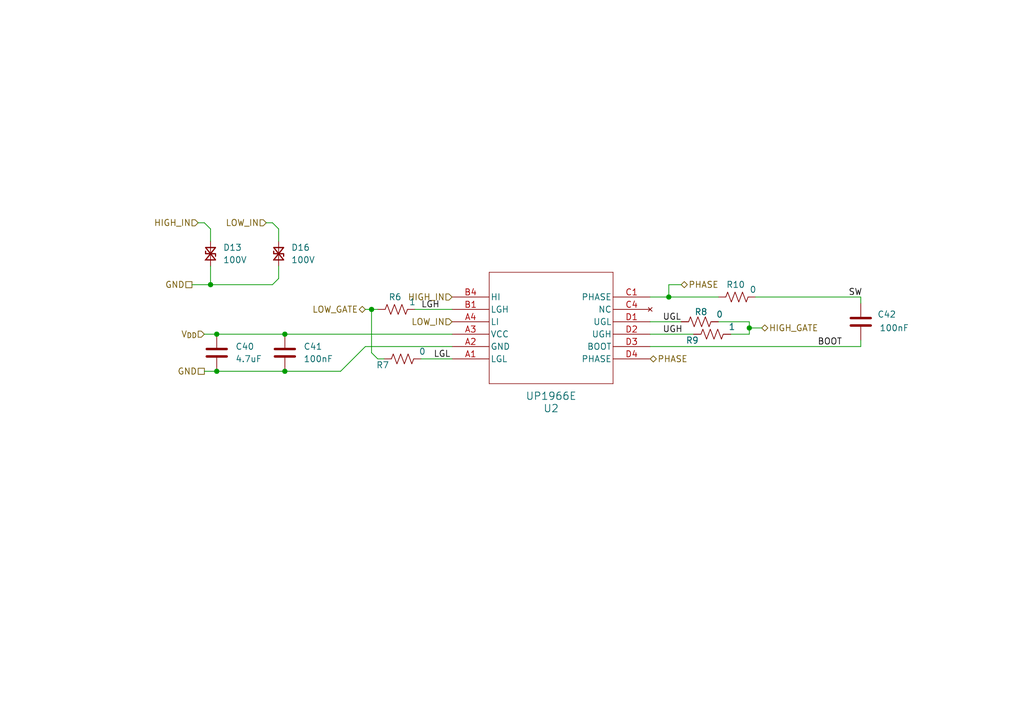
<source format=kicad_sch>
(kicad_sch (version 20231120) (generator "eeschema") (generator_version "8.0")
  (paper "A5")
  (title_block (title "Gate Driver") (date "2024-05-19") (rev "1") (company "Crab Labs") (comment 1 "Author: Orion Serup") (comment 2 "License: CERN-OHL-W-2.0"))
  (lib_symbols
    (symbol "Device:C" (pin_numbers hide) (pin_names (offset 0.254))
      (property "Reference" "C" (at 0.635 2.54 0))
      (property "Value" "C" (at 0.635 -2.54 0))
      (symbol "C_0_1"
        (polyline (pts (xy -2.032 -0.762) (xy 2.032 -0.762)) (stroke (width 0.508)))
        (polyline (pts (xy -2.032 0.762) (xy 2.032 0.762)) (stroke (width 0.508)))
      )
      (symbol "C_1_1"
        (pin passive line (at 0 3.81 270) (length 2.794) (name "~") (number "1"))
        (pin passive line (at 0 -3.81 90) (length 2.794) (name "~") (number "2"))
      )
    )
    (symbol "Device:D_TVS_Small" (pin_numbers hide) (pin_names (offset 1.016) hide)
      (property "Reference" "D" (at 0 2.54 0))
      (property "Value" "D_TVS_Small" (at 0 -2.54 0))
      (symbol "D_TVS_Small_0_1"
        (polyline (pts (xy -1.27 0) (xy 1.27 0)))
        (polyline (pts (xy 0.508 1.016) (xy 0 1.016) (xy 0 -1.016) (xy -0.508 -1.016)) (stroke (width 0.254)))
        (polyline (pts (xy -1.27 1.016) (xy -1.27 -1.016) (xy 1.27 1.016) (xy 1.27 -1.016) (xy -1.27 1.016)) (stroke (width 0.254)))
      )
      (symbol "D_TVS_Small_1_1"
        (pin passive line (at -2.54 0 0) (length 1.27) (name "A1") (number "1"))
        (pin passive line (at 2.54 0 180) (length 1.27) (name "A2") (number "2"))
      )
    )
    (symbol "Device:R_US" (pin_numbers hide) (pin_names (offset 0))
      (property "Reference" "R" (at 2.54 0 90))
      (property "Value" "R_US" (at -2.54 0 90))
      (symbol "R_US_0_1"
        (polyline (pts (xy 0 -2.286) (xy 0 -2.54)))
        (polyline (pts (xy 0 2.286) (xy 0 2.54)))
        (polyline (pts (xy 0 -0.762) (xy 1.016 -1.143) (xy 0 -1.524) (xy -1.016 -1.905) (xy 0 -2.286)))
        (polyline (pts (xy 0 0.762) (xy 1.016 0.381) (xy 0 0) (xy -1.016 -0.381) (xy 0 -0.762)))
        (polyline (pts (xy 0 2.286) (xy 1.016 1.905) (xy 0 1.524) (xy -1.016 1.143) (xy 0 0.762)))
      )
      (symbol "R_US_1_1"
        (pin passive line (at 0 3.81 270) (length 1.27) (name "~") (number "1"))
        (pin passive line (at 0 -3.81 90) (length 1.27) (name "~") (number "2"))
      )
    )
    (symbol "uP1996:UP1966E" (pin_names (offset 0.254))
      (property "Reference" "U" (at 20.32 10.16 0))
      (property "Value" "UP1966E" (at 20.32 7.62 0))
      (symbol "UP1966E_0_1"
        (polyline (pts (xy 7.62 -17.78) (xy 33.02 -17.78)) (stroke (width 0.127)))
        (polyline (pts (xy 7.62 5.08) (xy 7.62 -17.78)) (stroke (width 0.127)))
        (polyline (pts (xy 33.02 -17.78) (xy 33.02 5.08)) (stroke (width 0.127)))
        (polyline (pts (xy 33.02 5.08) (xy 7.62 5.08)) (stroke (width 0.127)))
        (pin output line (at 0 0 0) (length 7.62) (name "LGL") (number "A1"))
        (pin power_out line (at 0 -2.54 0) (length 7.62) (name "GND") (number "A2"))
        (pin power_in line (at 0 -5.08 0) (length 7.62) (name "VCC") (number "A3"))
        (pin input line (at 0 -7.62 0) (length 7.62) (name "LI") (number "A4"))
        (pin output line (at 0 -10.16 0) (length 7.62) (name "LGH") (number "B1"))
        (pin input line (at 0 -12.7 0) (length 7.62) (name "HI") (number "B4"))
        (pin unspecified line (at 40.64 -12.7 180) (length 7.62) (name "PHASE") (number "C1"))
        (pin no_connect line (at 40.64 -10.16 180) (length 7.62) (name "NC") (number "C4"))
        (pin output line (at 40.64 -7.62 180) (length 7.62) (name "UGL") (number "D1"))
        (pin output line (at 40.64 -5.08 180) (length 7.62) (name "UGH") (number "D2"))
        (pin power_in line (at 40.64 -2.54 180) (length 7.62) (name "BOOT") (number "D3"))
        (pin unspecified line (at 40.64 0 180) (length 7.62) (name "PHASE") (number "D4"))
      )
    )
  )
  (junction (at 44.45 68.58))
  (junction (at 58.42 76.2))
  (junction (at 44.45 76.2))
  (junction (at 43.18 58.42))
  (junction (at 153.67 67.31))
  (junction (at 58.42 68.58))
  (junction (at 76.2 63.5))
  (junction (at 137.16 60.96))
  (wire (pts (xy 137.16 60.96) (xy 147.32 60.96)))
  (wire (pts (xy 41.91 45.72) (xy 43.18 46.99)))
  (wire (pts (xy 76.2 72.39) (xy 77.47 73.66)))
  (wire (pts (xy 85.09 63.5) (xy 92.71 63.5)))
  (wire (pts (xy 153.67 66.04) (xy 153.67 67.31)))
  (wire (pts (xy 137.16 60.96) (xy 133.35 60.96)))
  (wire (pts (xy 58.42 68.58) (xy 92.71 68.58)))
  (wire (pts (xy 43.18 46.99) (xy 43.18 49.53)))
  (wire (pts (xy 40.64 45.72) (xy 41.91 45.72)))
  (wire (pts (xy 41.91 76.2) (xy 44.45 76.2)))
  (wire (pts (xy 133.35 71.12) (xy 176.53 71.12)))
  (wire (pts (xy 77.47 73.66) (xy 78.74 73.66)))
  (wire (pts (xy 139.7 58.42) (xy 137.16 58.42)))
  (wire (pts (xy 86.36 73.66) (xy 92.71 73.66)))
  (wire (pts (xy 57.15 54.61) (xy 57.15 57.15)))
  (wire (pts (xy 176.53 69.85) (xy 176.53 71.12)))
  (wire (pts (xy 39.37 58.42) (xy 43.18 58.42)))
  (wire (pts (xy 57.15 46.99) (xy 57.15 49.53)))
  (wire (pts (xy 139.7 66.04) (xy 133.35 66.04)))
  (wire (pts (xy 55.88 58.42) (xy 57.15 57.15)))
  (wire (pts (xy 76.2 63.5) (xy 77.47 63.5)))
  (wire (pts (xy 147.32 66.04) (xy 153.67 66.04)))
  (wire (pts (xy 153.67 67.31) (xy 156.21 67.31)))
  (wire (pts (xy 137.16 58.42) (xy 137.16 60.96)))
  (wire (pts (xy 43.18 54.61) (xy 43.18 58.42)))
  (wire (pts (xy 153.67 67.31) (xy 153.67 68.58)))
  (wire (pts (xy 41.91 68.58) (xy 44.45 68.58)))
  (wire (pts (xy 55.88 45.72) (xy 57.15 46.99)))
  (wire (pts (xy 54.61 45.72) (xy 55.88 45.72)))
  (wire (pts (xy 44.45 68.58) (xy 58.42 68.58)))
  (wire (pts (xy 69.85 76.2) (xy 74.93 71.12)))
  (wire (pts (xy 176.53 62.23) (xy 176.53 60.96)))
  (wire (pts (xy 76.2 63.5) (xy 76.2 72.39)))
  (wire (pts (xy 74.93 71.12) (xy 92.71 71.12)))
  (wire (pts (xy 58.42 76.2) (xy 69.85 76.2)))
  (wire (pts (xy 74.93 63.5) (xy 76.2 63.5)))
  (wire (pts (xy 44.45 76.2) (xy 58.42 76.2)))
  (wire (pts (xy 149.86 68.58) (xy 153.67 68.58)))
  (wire (pts (xy 142.24 68.58) (xy 133.35 68.58)))
  (wire (pts (xy 154.94 60.96) (xy 176.53 60.96)))
  (wire (pts (xy 43.18 58.42) (xy 55.88 58.42)))
  (label "LGL" (at 88.9 73.66 0))
  (label "BOOT" (at 167.64 71.12 0))
  (label "SW" (at 173.99 60.96 0))
  (label "UGL" (at 135.89 66.04 0))
  (label "UGH" (at 135.89 68.58 0))
  (label "LGH" (at 86.36 63.5 0))
  (hierarchical_label "V_{DD}" (shape input) (at 41.91 68.58 180))
  (hierarchical_label "LOW_IN" (shape input) (at 54.61 45.72 180))
  (hierarchical_label "HIGH_GATE" (shape bidirectional) (at 156.21 67.31 0))
  (hierarchical_label "LOW_GATE" (shape bidirectional) (at 74.93 63.5 180))
  (hierarchical_label "GND" (shape passive) (at 41.91 76.2 180))
  (hierarchical_label "PHASE" (shape bidirectional) (at 139.7 58.42 0))
  (hierarchical_label "HIGH_IN" (shape input) (at 92.71 60.96 180))
  (hierarchical_label "LOW_IN" (shape input) (at 92.71 66.04 180))
  (hierarchical_label "GND" (shape passive) (at 39.37 58.42 180))
  (hierarchical_label "HIGH_IN" (shape input) (at 40.64 45.72 180))
  (hierarchical_label "PHASE" (shape bidirectional) (at 133.35 73.66 0))
  (symbol (lib_id "Device:R_US") (at 151.13 60.96 270) (unit 1)
    (property "Reference" "R5" (at 150.876 58.42 90))
    (property "Value" "0" (at 154.432 59.436 90))
    (property "Footprint" "Resistor_SMD:R_0603_1608Metric" (effects (hide yes)))
    (property "Description" "Resistor, US symbol" (effects (hide yes)))
    (property "Rating" "100mW" (effects (hide yes)))
    (property "Source" "LCSC" (effects (hide yes)))
    (property "Manufacturer_Part_Number" "SCR0603J0R" (effects (hide yes)))
    (instances (project "OpenMD" (path "" (reference "R10") (unit 1)) (path "" (reference "R5") (unit 1)) (path "" (reference "R15") (unit 1))))
  )
  (symbol (lib_id "Device:D_TVS_Small") (at 57.15 52.07 90) (unit 1)
    (property "Reference" "D15" (at 59.69 50.7999 90) (effects (justify right)))
    (property "Value" "100V" (at 59.69 53.3399 90) (effects (justify right)))
    (property "Footprint" "Diode_SMD:D_0603_1608Metric" (effects (hide yes)))
    (property "Description" "Bidirectional transient-voltage-suppression diode, small symbol" (effects (hide yes)))
    (property "Manufacturer_Part_Number" "ULCE1005A015FR" (effects (hide yes)))
    (property "Source" "LCSC" (effects (hide yes)))
    (property "Rating" "1A" (effects (hide yes)))
    (instances (project "OpenMD" (path "" (reference "D16") (unit 1)) (path "" (reference "D15") (unit 1)) (path "" (reference "D17") (unit 1))))
  )
  (symbol (lib_id "Device:C") (at 176.53 66.04 180) (unit 1)
    (property "Reference" "C39" (at 181.864 64.516 0))
    (property "Value" "100nF" (at 183.388 67.31 0))
    (property "Footprint" "Capacitor_SMD:C_0603_1608Metric" (effects (hide yes)))
    (property "Description" "Unpolarized capacitor" (effects (hide yes)))
    (property "Rating" "6.3V" (effects (hide yes)))
    (property "Source" "LCSC" (effects (hide yes)))
    (property "Manufacturer_Part_Number" "CGA0603X7R104K500JT" (effects (hide yes)))
    (instances (project "OpenMD" (path "" (reference "C42") (unit 1)) (path "" (reference "C39") (unit 1)) (path "" (reference "C45") (unit 1))))
  )
  (symbol (lib_id "Device:D_TVS_Small") (at 43.18 52.07 90) (unit 1)
    (property "Reference" "D12" (at 45.72 50.7999 90) (effects (justify right)))
    (property "Value" "100V" (at 45.72 53.3399 90) (effects (justify right)))
    (property "Footprint" "Diode_SMD:D_0603_1608Metric" (effects (hide yes)))
    (property "Description" "Bidirectional transient-voltage-suppression diode, small symbol" (effects (hide yes)))
    (property "Manufacturer_Part_Number" "ULCE1005A015FR" (effects (hide yes)))
    (property "Source" "LCSC" (effects (hide yes)))
    (property "Rating" "1A" (effects (hide yes)))
    (instances (project "OpenMD" (path "" (reference "D13") (unit 1)) (path "" (reference "D12") (unit 1)) (path "" (reference "D14") (unit 1))))
  )
  (symbol (lib_id "Device:R_US") (at 81.28 63.5 270) (unit 1)
    (property "Reference" "R1" (at 81.026 60.96 90))
    (property "Value" "1" (at 84.582 61.976 90))
    (property "Footprint" "Resistor_SMD:R_0603_1608Metric" (effects (hide yes)))
    (property "Description" "Resistor, US symbol" (effects (hide yes)))
    (property "Rating" "100mW" (effects (hide yes)))
    (property "Source" "LCSC" (effects (hide yes)))
    (property "Manufacturer_Part_Number" "FRC0603J1R0 TS" (effects (hide yes)))
    (instances (project "OpenMD" (path "" (reference "R6") (unit 1)) (path "" (reference "R1") (unit 1)) (path "" (reference "R11") (unit 1))))
  )
  (symbol (lib_id "uP1996:UP1966E") (at 92.71 73.66 0) (mirror x) (unit 1)
    (property "Reference" "U2" (at 113.03 83.82 0) (effects (font (size 1.524 1.524))))
    (property "Value" "UP1966E" (at 113.03 81.28 0) (effects (font (size 1.524 1.524))))
    (property "Footprint" "OpenMD:WLCSP1.6x1.6-12B_ECC" (effects (hide yes)))
    (property "Datasheet" "UP1966E" (effects (hide yes)))
    (property "Rating" "85V" (effects (hide yes)))
    (property "Source" "Digikey" (effects (hide yes)))
    (property "Manufacturer_Part_Number" "UP1966E" (effects (hide yes)))
    (instances (project "OpenMD" (path "" (reference "U2") (unit 1)) (path "" (reference "U1") (unit 1)) (path "" (reference "U3") (unit 1))))
  )
  (symbol (lib_id "Device:C") (at 58.42 72.39 0) (unit 1)
    (property "Reference" "C38" (at 62.23 71.1199 0) (effects (justify left)))
    (property "Value" "100nF" (at 62.23 73.6599 0) (effects (justify left)))
    (property "Footprint" "Capacitor_SMD:C_0603_1608Metric" (effects (hide yes)))
    (property "Description" "Unpolarized capacitor" (effects (hide yes)))
    (property "Rating" "6.3V" (effects (hide yes)))
    (property "Source" "LCSC" (effects (hide yes)))
    (property "Manufacturer_Part_Number" "CGA0603X7R104K500JT" (effects (hide yes)))
    (instances (project "OpenMD" (path "" (reference "C41") (unit 1)) (path "" (reference "C38") (unit 1)) (path "" (reference "C44") (unit 1))))
  )
  (symbol (lib_id "Device:R_US") (at 82.55 73.66 90) (unit 1)
    (property "Reference" "R2" (at 78.486 74.93 90))
    (property "Value" "0" (at 86.614 72.136 90))
    (property "Footprint" "Resistor_SMD:R_0603_1608Metric" (effects (hide yes)))
    (property "Description" "Resistor, US symbol" (effects (hide yes)))
    (property "Rating" "100mW" (effects (hide yes)))
    (property "Source" "LCSC" (effects (hide yes)))
    (property "Manufacturer_Part_Number" "SCR0603J0R" (effects (hide yes)))
    (instances (project "OpenMD" (path "" (reference "R7") (unit 1)) (path "" (reference "R2") (unit 1)) (path "" (reference "R12") (unit 1))))
  )
  (symbol (lib_id "Device:R_US") (at 143.51 66.04 90) (unit 1)
    (property "Reference" "R8" (at 143.764 64.008 90))
    (property "Value" "0" (at 147.574 64.516 90))
    (property "Footprint" "Resistor_SMD:R_0603_1608Metric" (effects (hide yes)))
    (property "Description" "Resistor, US symbol" (effects (hide yes)))
    (property "Rating" "100mW" (effects (hide yes)))
    (property "Source" "LCSC" (effects (hide yes)))
    (property "Manufacturer_Part_Number" "SCR0603J0R" (effects (hide yes)))
    (instances (project "OpenMD" (path "" (reference "R8") (unit 1)) (path "" (reference "R3") (unit 1)) (path "" (reference "R13") (unit 1))))
  )
  (symbol (lib_id "Device:C") (at 44.45 72.39 0) (unit 1)
    (property "Reference" "C40" (at 48.26 71.1199 0) (effects (justify left)))
    (property "Value" "4.7uF" (at 48.26 73.6599 0) (effects (justify left)))
    (property "Footprint" "Capacitor_SMD:C_0603_1608Metric" (effects (hide yes)))
    (property "Description" "Unpolarized capacitor" (effects (hide yes)))
    (property "Rating" "6.3V" (effects (hide yes)))
    (property "Manufacturer_Part_Number" "V475M0603X5R6R3NDT" (effects (hide yes)))
    (property "Source" "LCSC" (effects (hide yes)))
    (instances (project "OpenMD" (path "" (reference "C40") (unit 1)) (path "" (reference "C37") (unit 1)) (path "" (reference "C43") (unit 1))))
  )
  (symbol (lib_id "Device:R_US") (at 146.05 68.58 90) (unit 1)
    (property "Reference" "R4" (at 141.986 69.85 90))
    (property "Value" "1" (at 150.114 67.056 90))
    (property "Footprint" "Resistor_SMD:R_0603_1608Metric" (effects (hide yes)))
    (property "Description" "Resistor, US symbol" (effects (hide yes)))
    (property "Rating" "100mW" (effects (hide yes)))
    (property "Source" "LCSC" (effects (hide yes)))
    (property "Manufacturer_Part_Number" "FRC0603J1R0 TS" (effects (hide yes)))
    (instances (project "OpenMD" (path "" (reference "R9") (unit 1)) (path "" (reference "R4") (unit 1)) (path "" (reference "R14") (unit 1))))
  )
)
</source>
